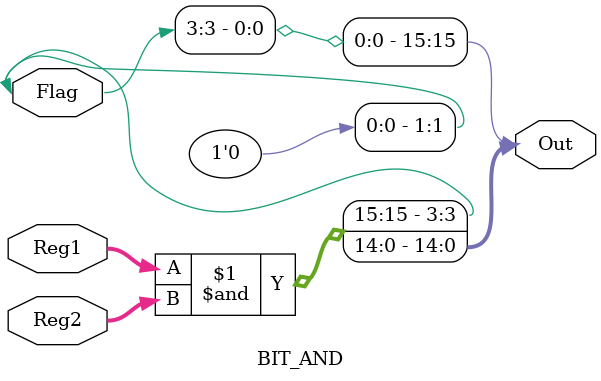
<source format=v>
module BIT_AND (Reg1, Reg2, Out, Flag);

input [15:0] Reg1, Reg2;
input [3:0] Flag; //N,Z,C,V

output [15:0] Out;

assign Out = Reg1 & Reg2;



assign Flag[0] = (({Flag[1],Out[15]} == 2'b01)|| ({Flag[1],Out[15]} == 2'b10));

assign Flag[1] = 1'b0;

assign Flag[2] = (Out == 0);

assign Flag[3] = (Out[15] == 1'b1);

endmodule

</source>
